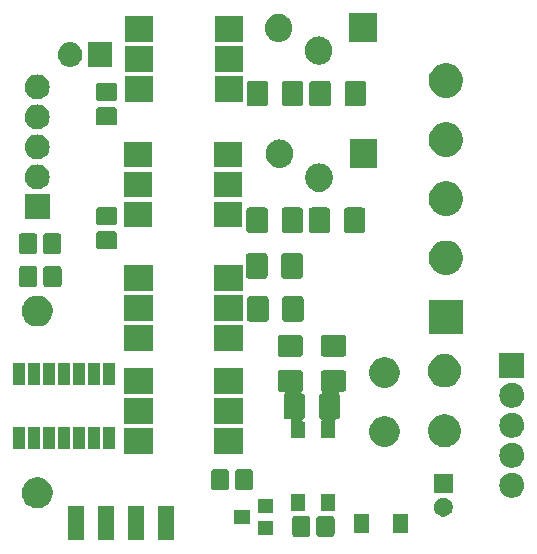
<source format=gbr>
G04 #@! TF.GenerationSoftware,KiCad,Pcbnew,5.0.1*
G04 #@! TF.CreationDate,2019-01-05T16:55:32+01:00*
G04 #@! TF.ProjectId,sensor_board-ac-7 -without-regulator-2,73656E736F725F626F6172642D61632D,V1.2*
G04 #@! TF.SameCoordinates,Original*
G04 #@! TF.FileFunction,Soldermask,Bot*
G04 #@! TF.FilePolarity,Negative*
%FSLAX46Y46*%
G04 Gerber Fmt 4.6, Leading zero omitted, Abs format (unit mm)*
G04 Created by KiCad (PCBNEW 5.0.1) date Sat 05 Jan 2019 04:55:32 PM CET*
%MOMM*%
%LPD*%
G01*
G04 APERTURE LIST*
%ADD10C,0.100000*%
G04 APERTURE END LIST*
D10*
G36*
X42881780Y-71583980D02*
X41481780Y-71583980D01*
X41481780Y-68673980D01*
X42881780Y-68673980D01*
X42881780Y-71583980D01*
X42881780Y-71583980D01*
G37*
G36*
X40341780Y-71583980D02*
X38941780Y-71583980D01*
X38941780Y-68673980D01*
X40341780Y-68673980D01*
X40341780Y-71583980D01*
X40341780Y-71583980D01*
G37*
G36*
X35261780Y-71583980D02*
X33861780Y-71583980D01*
X33861780Y-68673980D01*
X35261780Y-68673980D01*
X35261780Y-71583980D01*
X35261780Y-71583980D01*
G37*
G36*
X37801780Y-71583980D02*
X36401780Y-71583980D01*
X36401780Y-68673980D01*
X37801780Y-68673980D01*
X37801780Y-71583980D01*
X37801780Y-71583980D01*
G37*
G36*
X54168390Y-69505710D02*
X54218239Y-69520831D01*
X54264171Y-69545382D01*
X54304434Y-69578426D01*
X54337478Y-69618689D01*
X54362029Y-69664621D01*
X54377150Y-69714470D01*
X54382860Y-69772444D01*
X54382860Y-71027556D01*
X54377150Y-71085530D01*
X54362029Y-71135379D01*
X54337478Y-71181311D01*
X54304434Y-71221574D01*
X54264171Y-71254618D01*
X54218239Y-71279169D01*
X54168390Y-71294290D01*
X54110416Y-71300000D01*
X53105304Y-71300000D01*
X53047330Y-71294290D01*
X52997481Y-71279169D01*
X52951549Y-71254618D01*
X52911286Y-71221574D01*
X52878242Y-71181311D01*
X52853691Y-71135379D01*
X52838570Y-71085530D01*
X52832860Y-71027556D01*
X52832860Y-69772444D01*
X52838570Y-69714470D01*
X52853691Y-69664621D01*
X52878242Y-69618689D01*
X52911286Y-69578426D01*
X52951549Y-69545382D01*
X52997481Y-69520831D01*
X53047330Y-69505710D01*
X53105304Y-69500000D01*
X54110416Y-69500000D01*
X54168390Y-69505710D01*
X54168390Y-69505710D01*
G37*
G36*
X56218390Y-69505710D02*
X56268239Y-69520831D01*
X56314171Y-69545382D01*
X56354434Y-69578426D01*
X56387478Y-69618689D01*
X56412029Y-69664621D01*
X56427150Y-69714470D01*
X56432860Y-69772444D01*
X56432860Y-71027556D01*
X56427150Y-71085530D01*
X56412029Y-71135379D01*
X56387478Y-71181311D01*
X56354434Y-71221574D01*
X56314171Y-71254618D01*
X56268239Y-71279169D01*
X56218390Y-71294290D01*
X56160416Y-71300000D01*
X55155304Y-71300000D01*
X55097330Y-71294290D01*
X55047481Y-71279169D01*
X55001549Y-71254618D01*
X54961286Y-71221574D01*
X54928242Y-71181311D01*
X54903691Y-71135379D01*
X54888570Y-71085530D01*
X54882860Y-71027556D01*
X54882860Y-69772444D01*
X54888570Y-69714470D01*
X54903691Y-69664621D01*
X54928242Y-69618689D01*
X54961286Y-69578426D01*
X55001549Y-69545382D01*
X55047481Y-69520831D01*
X55097330Y-69505710D01*
X55155304Y-69500000D01*
X56160416Y-69500000D01*
X56218390Y-69505710D01*
X56218390Y-69505710D01*
G37*
G36*
X51235880Y-71182220D02*
X49935880Y-71182220D01*
X49935880Y-69982220D01*
X51235880Y-69982220D01*
X51235880Y-71182220D01*
X51235880Y-71182220D01*
G37*
G36*
X62663100Y-71000000D02*
X61363100Y-71000000D01*
X61363100Y-69400000D01*
X62663100Y-69400000D01*
X62663100Y-71000000D01*
X62663100Y-71000000D01*
G37*
G36*
X59363100Y-71000000D02*
X58063100Y-71000000D01*
X58063100Y-69400000D01*
X59363100Y-69400000D01*
X59363100Y-71000000D01*
X59363100Y-71000000D01*
G37*
G36*
X49235880Y-70232220D02*
X47935880Y-70232220D01*
X47935880Y-69032220D01*
X49235880Y-69032220D01*
X49235880Y-70232220D01*
X49235880Y-70232220D01*
G37*
G36*
X65874572Y-68012424D02*
X66020161Y-68072729D01*
X66151193Y-68160282D01*
X66262619Y-68271708D01*
X66350172Y-68402740D01*
X66410477Y-68548329D01*
X66441220Y-68702886D01*
X66441220Y-68860476D01*
X66410477Y-69015033D01*
X66350172Y-69160622D01*
X66262619Y-69291654D01*
X66151193Y-69403080D01*
X66020161Y-69490633D01*
X65874572Y-69550938D01*
X65720015Y-69581681D01*
X65562425Y-69581681D01*
X65407868Y-69550938D01*
X65262279Y-69490633D01*
X65131247Y-69403080D01*
X65019821Y-69291654D01*
X64932268Y-69160622D01*
X64871963Y-69015033D01*
X64841220Y-68860476D01*
X64841220Y-68702886D01*
X64871963Y-68548329D01*
X64932268Y-68402740D01*
X65019821Y-68271708D01*
X65131247Y-68160282D01*
X65262279Y-68072729D01*
X65407868Y-68012424D01*
X65562425Y-67981681D01*
X65720015Y-67981681D01*
X65874572Y-68012424D01*
X65874572Y-68012424D01*
G37*
G36*
X51235880Y-69282220D02*
X49935880Y-69282220D01*
X49935880Y-68082220D01*
X51235880Y-68082220D01*
X51235880Y-69282220D01*
X51235880Y-69282220D01*
G37*
G36*
X53967940Y-69101260D02*
X52767940Y-69101260D01*
X52767940Y-67701260D01*
X53967940Y-67701260D01*
X53967940Y-69101260D01*
X53967940Y-69101260D01*
G37*
G36*
X56507940Y-69101260D02*
X55307940Y-69101260D01*
X55307940Y-67701260D01*
X56507940Y-67701260D01*
X56507940Y-69101260D01*
X56507940Y-69101260D01*
G37*
G36*
X31640496Y-66320298D02*
X31877080Y-66418294D01*
X32090005Y-66560566D01*
X32271074Y-66741635D01*
X32413346Y-66954560D01*
X32511342Y-67191144D01*
X32561300Y-67442300D01*
X32561300Y-67698380D01*
X32511342Y-67949536D01*
X32413346Y-68186120D01*
X32271074Y-68399045D01*
X32090005Y-68580114D01*
X31877080Y-68722386D01*
X31640496Y-68820382D01*
X31389340Y-68870340D01*
X31133260Y-68870340D01*
X30882104Y-68820382D01*
X30645520Y-68722386D01*
X30432595Y-68580114D01*
X30251526Y-68399045D01*
X30109254Y-68186120D01*
X30011258Y-67949536D01*
X29961300Y-67698380D01*
X29961300Y-67442300D01*
X30011258Y-67191144D01*
X30109254Y-66954560D01*
X30251526Y-66741635D01*
X30432595Y-66560566D01*
X30645520Y-66418294D01*
X30882104Y-66320298D01*
X31133260Y-66270340D01*
X31389340Y-66270340D01*
X31640496Y-66320298D01*
X31640496Y-66320298D01*
G37*
G36*
X71566207Y-65886596D02*
X71643336Y-65894193D01*
X71775287Y-65934220D01*
X71841263Y-65954233D01*
X72023672Y-66051733D01*
X72183554Y-66182946D01*
X72314767Y-66342828D01*
X72412267Y-66525237D01*
X72412267Y-66525238D01*
X72472307Y-66723164D01*
X72492580Y-66929000D01*
X72472307Y-67134836D01*
X72455226Y-67191144D01*
X72412267Y-67332763D01*
X72314767Y-67515172D01*
X72183554Y-67675054D01*
X72023672Y-67806267D01*
X71841263Y-67903767D01*
X71775287Y-67923780D01*
X71643336Y-67963807D01*
X71566207Y-67971404D01*
X71489080Y-67979000D01*
X71385920Y-67979000D01*
X71308793Y-67971404D01*
X71231664Y-67963807D01*
X71099713Y-67923780D01*
X71033737Y-67903767D01*
X70851328Y-67806267D01*
X70691446Y-67675054D01*
X70560233Y-67515172D01*
X70462733Y-67332763D01*
X70419774Y-67191144D01*
X70402693Y-67134836D01*
X70382420Y-66929000D01*
X70402693Y-66723164D01*
X70462733Y-66525238D01*
X70462733Y-66525237D01*
X70560233Y-66342828D01*
X70691446Y-66182946D01*
X70851328Y-66051733D01*
X71033737Y-65954233D01*
X71099713Y-65934220D01*
X71231664Y-65894193D01*
X71308793Y-65886596D01*
X71385920Y-65879000D01*
X71489080Y-65879000D01*
X71566207Y-65886596D01*
X71566207Y-65886596D01*
G37*
G36*
X66441220Y-67581680D02*
X64841220Y-67581680D01*
X64841220Y-65981680D01*
X66441220Y-65981680D01*
X66441220Y-67581680D01*
X66441220Y-67581680D01*
G37*
G36*
X49347690Y-65572430D02*
X49397539Y-65587551D01*
X49443471Y-65612102D01*
X49483734Y-65645146D01*
X49516778Y-65685409D01*
X49541329Y-65731341D01*
X49556450Y-65781190D01*
X49562160Y-65839164D01*
X49562160Y-67094276D01*
X49556450Y-67152250D01*
X49541329Y-67202099D01*
X49516778Y-67248031D01*
X49483734Y-67288294D01*
X49443471Y-67321338D01*
X49397539Y-67345889D01*
X49347690Y-67361010D01*
X49289716Y-67366720D01*
X48284604Y-67366720D01*
X48226630Y-67361010D01*
X48176781Y-67345889D01*
X48130849Y-67321338D01*
X48090586Y-67288294D01*
X48057542Y-67248031D01*
X48032991Y-67202099D01*
X48017870Y-67152250D01*
X48012160Y-67094276D01*
X48012160Y-65839164D01*
X48017870Y-65781190D01*
X48032991Y-65731341D01*
X48057542Y-65685409D01*
X48090586Y-65645146D01*
X48130849Y-65612102D01*
X48176781Y-65587551D01*
X48226630Y-65572430D01*
X48284604Y-65566720D01*
X49289716Y-65566720D01*
X49347690Y-65572430D01*
X49347690Y-65572430D01*
G37*
G36*
X47297690Y-65572430D02*
X47347539Y-65587551D01*
X47393471Y-65612102D01*
X47433734Y-65645146D01*
X47466778Y-65685409D01*
X47491329Y-65731341D01*
X47506450Y-65781190D01*
X47512160Y-65839164D01*
X47512160Y-67094276D01*
X47506450Y-67152250D01*
X47491329Y-67202099D01*
X47466778Y-67248031D01*
X47433734Y-67288294D01*
X47393471Y-67321338D01*
X47347539Y-67345889D01*
X47297690Y-67361010D01*
X47239716Y-67366720D01*
X46234604Y-67366720D01*
X46176630Y-67361010D01*
X46126781Y-67345889D01*
X46080849Y-67321338D01*
X46040586Y-67288294D01*
X46007542Y-67248031D01*
X45982991Y-67202099D01*
X45967870Y-67152250D01*
X45962160Y-67094276D01*
X45962160Y-65839164D01*
X45967870Y-65781190D01*
X45982991Y-65731341D01*
X46007542Y-65685409D01*
X46040586Y-65645146D01*
X46080849Y-65612102D01*
X46126781Y-65587551D01*
X46176630Y-65572430D01*
X46234604Y-65566720D01*
X47239716Y-65566720D01*
X47297690Y-65572430D01*
X47297690Y-65572430D01*
G37*
G36*
X71566207Y-63346597D02*
X71643336Y-63354193D01*
X71775287Y-63394220D01*
X71841263Y-63414233D01*
X72023672Y-63511733D01*
X72183554Y-63642946D01*
X72314767Y-63802828D01*
X72412267Y-63985237D01*
X72412267Y-63985238D01*
X72472307Y-64183164D01*
X72492580Y-64389000D01*
X72472307Y-64594836D01*
X72432280Y-64726787D01*
X72412267Y-64792763D01*
X72314767Y-64975172D01*
X72183554Y-65135054D01*
X72023672Y-65266267D01*
X71841263Y-65363767D01*
X71775287Y-65383780D01*
X71643336Y-65423807D01*
X71566207Y-65431403D01*
X71489080Y-65439000D01*
X71385920Y-65439000D01*
X71308793Y-65431403D01*
X71231664Y-65423807D01*
X71099713Y-65383780D01*
X71033737Y-65363767D01*
X70851328Y-65266267D01*
X70691446Y-65135054D01*
X70560233Y-64975172D01*
X70462733Y-64792763D01*
X70442720Y-64726787D01*
X70402693Y-64594836D01*
X70382420Y-64389000D01*
X70402693Y-64183164D01*
X70462733Y-63985238D01*
X70462733Y-63985237D01*
X70560233Y-63802828D01*
X70691446Y-63642946D01*
X70851328Y-63511733D01*
X71033737Y-63414233D01*
X71099713Y-63394220D01*
X71231664Y-63354193D01*
X71308793Y-63346597D01*
X71385920Y-63339000D01*
X71489080Y-63339000D01*
X71566207Y-63346597D01*
X71566207Y-63346597D01*
G37*
G36*
X48667520Y-64252180D02*
X46267520Y-64252180D01*
X46267520Y-62072180D01*
X48667520Y-62072180D01*
X48667520Y-64252180D01*
X48667520Y-64252180D01*
G37*
G36*
X41047520Y-64252180D02*
X38647520Y-64252180D01*
X38647520Y-62072180D01*
X41047520Y-62072180D01*
X41047520Y-64252180D01*
X41047520Y-64252180D01*
G37*
G36*
X32783400Y-63860700D02*
X31783400Y-63860700D01*
X31783400Y-61960700D01*
X32783400Y-61960700D01*
X32783400Y-63860700D01*
X32783400Y-63860700D01*
G37*
G36*
X37863400Y-63860700D02*
X36863400Y-63860700D01*
X36863400Y-61960700D01*
X37863400Y-61960700D01*
X37863400Y-63860700D01*
X37863400Y-63860700D01*
G37*
G36*
X31513400Y-63860700D02*
X30513400Y-63860700D01*
X30513400Y-61960700D01*
X31513400Y-61960700D01*
X31513400Y-63860700D01*
X31513400Y-63860700D01*
G37*
G36*
X30243400Y-63860700D02*
X29243400Y-63860700D01*
X29243400Y-61960700D01*
X30243400Y-61960700D01*
X30243400Y-63860700D01*
X30243400Y-63860700D01*
G37*
G36*
X34053400Y-63860700D02*
X33053400Y-63860700D01*
X33053400Y-61960700D01*
X34053400Y-61960700D01*
X34053400Y-63860700D01*
X34053400Y-63860700D01*
G37*
G36*
X36593400Y-63860700D02*
X35593400Y-63860700D01*
X35593400Y-61960700D01*
X36593400Y-61960700D01*
X36593400Y-63860700D01*
X36593400Y-63860700D01*
G37*
G36*
X35323400Y-63860700D02*
X34323400Y-63860700D01*
X34323400Y-61960700D01*
X35323400Y-61960700D01*
X35323400Y-63860700D01*
X35323400Y-63860700D01*
G37*
G36*
X66010866Y-60945800D02*
X66146105Y-60972701D01*
X66326263Y-61047325D01*
X66381827Y-61070340D01*
X66400889Y-61078236D01*
X66547209Y-61176004D01*
X66630191Y-61231451D01*
X66825189Y-61426449D01*
X66825191Y-61426452D01*
X66978404Y-61655751D01*
X67083939Y-61910535D01*
X67137740Y-62181012D01*
X67137740Y-62456788D01*
X67083939Y-62727265D01*
X67019097Y-62883807D01*
X66978405Y-62982047D01*
X66825189Y-63211351D01*
X66630191Y-63406349D01*
X66630188Y-63406351D01*
X66400889Y-63559564D01*
X66146105Y-63665099D01*
X66010866Y-63692000D01*
X65875629Y-63718900D01*
X65599851Y-63718900D01*
X65464614Y-63692000D01*
X65329375Y-63665099D01*
X65074591Y-63559564D01*
X64845292Y-63406351D01*
X64845289Y-63406349D01*
X64650291Y-63211351D01*
X64497075Y-62982047D01*
X64456383Y-62883807D01*
X64391541Y-62727265D01*
X64337740Y-62456788D01*
X64337740Y-62181012D01*
X64391541Y-61910535D01*
X64497076Y-61655751D01*
X64650289Y-61426452D01*
X64650291Y-61426449D01*
X64845289Y-61231451D01*
X64928271Y-61176004D01*
X65074591Y-61078236D01*
X65093654Y-61070340D01*
X65149217Y-61047325D01*
X65329375Y-60972701D01*
X65464614Y-60945800D01*
X65599851Y-60918900D01*
X65875629Y-60918900D01*
X66010866Y-60945800D01*
X66010866Y-60945800D01*
G37*
G36*
X61040496Y-61120298D02*
X61277080Y-61218294D01*
X61490005Y-61360566D01*
X61671074Y-61541635D01*
X61813346Y-61754560D01*
X61911342Y-61991144D01*
X61961300Y-62242300D01*
X61961300Y-62498380D01*
X61911342Y-62749536D01*
X61813346Y-62986120D01*
X61671074Y-63199045D01*
X61490005Y-63380114D01*
X61277080Y-63522386D01*
X61040496Y-63620382D01*
X60789340Y-63670340D01*
X60533260Y-63670340D01*
X60282104Y-63620382D01*
X60045520Y-63522386D01*
X59832595Y-63380114D01*
X59651526Y-63199045D01*
X59509254Y-62986120D01*
X59411258Y-62749536D01*
X59361300Y-62498380D01*
X59361300Y-62242300D01*
X59411258Y-61991144D01*
X59509254Y-61754560D01*
X59651526Y-61541635D01*
X59832595Y-61360566D01*
X60045520Y-61218294D01*
X60282104Y-61120298D01*
X60533260Y-61070340D01*
X60789340Y-61070340D01*
X61040496Y-61120298D01*
X61040496Y-61120298D01*
G37*
G36*
X57227302Y-57186626D02*
X57272024Y-57200193D01*
X57313253Y-57222230D01*
X57349381Y-57251879D01*
X57379030Y-57288007D01*
X57401067Y-57329236D01*
X57414634Y-57373958D01*
X57419820Y-57426615D01*
X57419820Y-58761265D01*
X57414634Y-58813922D01*
X57401067Y-58858644D01*
X57379030Y-58899873D01*
X57349381Y-58936001D01*
X57313253Y-58965650D01*
X57272024Y-58987687D01*
X57227302Y-59001254D01*
X57174645Y-59006440D01*
X56912793Y-59006440D01*
X56888407Y-59008842D01*
X56864958Y-59015955D01*
X56843347Y-59027506D01*
X56824405Y-59043052D01*
X56808859Y-59061994D01*
X56797308Y-59083605D01*
X56790195Y-59107054D01*
X56787793Y-59131440D01*
X56790195Y-59155826D01*
X56797308Y-59179275D01*
X56808859Y-59200886D01*
X56824405Y-59219828D01*
X56833495Y-59228067D01*
X56853201Y-59244239D01*
X56882850Y-59280367D01*
X56904887Y-59321596D01*
X56918454Y-59366318D01*
X56923640Y-59418975D01*
X56923640Y-61078625D01*
X56918454Y-61131282D01*
X56904887Y-61176004D01*
X56882850Y-61217233D01*
X56853201Y-61253361D01*
X56817073Y-61283010D01*
X56775844Y-61305047D01*
X56731122Y-61318614D01*
X56678465Y-61323800D01*
X56632940Y-61323800D01*
X56608554Y-61326202D01*
X56585105Y-61333315D01*
X56563494Y-61344866D01*
X56544552Y-61360412D01*
X56529006Y-61379354D01*
X56517455Y-61400965D01*
X56510342Y-61424414D01*
X56507940Y-61448800D01*
X56507940Y-62951260D01*
X55307940Y-62951260D01*
X55307940Y-61509602D01*
X55319345Y-61495706D01*
X55330896Y-61474095D01*
X55338009Y-61450646D01*
X55340411Y-61426260D01*
X55338009Y-61401874D01*
X55330896Y-61378425D01*
X55319345Y-61356814D01*
X55303799Y-61337872D01*
X55284857Y-61322326D01*
X55251698Y-61306643D01*
X55246435Y-61305046D01*
X55205207Y-61283010D01*
X55169079Y-61253361D01*
X55139430Y-61217233D01*
X55117393Y-61176004D01*
X55103826Y-61131282D01*
X55098640Y-61078625D01*
X55098640Y-59418975D01*
X55103826Y-59366318D01*
X55117393Y-59321596D01*
X55139430Y-59280367D01*
X55169079Y-59244239D01*
X55205207Y-59214590D01*
X55246436Y-59192553D01*
X55291158Y-59178986D01*
X55299030Y-59178211D01*
X55323063Y-59173430D01*
X55345702Y-59164052D01*
X55366076Y-59150438D01*
X55383403Y-59133111D01*
X55397017Y-59112736D01*
X55406394Y-59090097D01*
X55411174Y-59066064D01*
X55411174Y-59041559D01*
X55406393Y-59017526D01*
X55397015Y-58994887D01*
X55383401Y-58974513D01*
X55366073Y-58957185D01*
X55340258Y-58936000D01*
X55310610Y-58899873D01*
X55288573Y-58858644D01*
X55275006Y-58813922D01*
X55269820Y-58761265D01*
X55269820Y-57426615D01*
X55275006Y-57373958D01*
X55288573Y-57329236D01*
X55310610Y-57288007D01*
X55340259Y-57251879D01*
X55376387Y-57222230D01*
X55417616Y-57200193D01*
X55462338Y-57186626D01*
X55514995Y-57181440D01*
X57174645Y-57181440D01*
X57227302Y-57186626D01*
X57227302Y-57186626D01*
G37*
G36*
X53567162Y-57199326D02*
X53611884Y-57212893D01*
X53653113Y-57234930D01*
X53689241Y-57264579D01*
X53718890Y-57300707D01*
X53740927Y-57341936D01*
X53754494Y-57386658D01*
X53759680Y-57439315D01*
X53759680Y-58773965D01*
X53754494Y-58826622D01*
X53740927Y-58871344D01*
X53718890Y-58912573D01*
X53689241Y-58948701D01*
X53679146Y-58956986D01*
X53661820Y-58974313D01*
X53648206Y-58994688D01*
X53638829Y-59017327D01*
X53634049Y-59041361D01*
X53634049Y-59065865D01*
X53638830Y-59089898D01*
X53648208Y-59112537D01*
X53661822Y-59132912D01*
X53679149Y-59150238D01*
X53699524Y-59163852D01*
X53722163Y-59173229D01*
X53746197Y-59178009D01*
X53756122Y-59178986D01*
X53800844Y-59192553D01*
X53842073Y-59214590D01*
X53878201Y-59244239D01*
X53907850Y-59280367D01*
X53929887Y-59321596D01*
X53943454Y-59366318D01*
X53948640Y-59418975D01*
X53948640Y-61078625D01*
X53943454Y-61131282D01*
X53929887Y-61176004D01*
X53907850Y-61217233D01*
X53878201Y-61253361D01*
X53842073Y-61283010D01*
X53800845Y-61305046D01*
X53795582Y-61306643D01*
X53772944Y-61316020D01*
X53752569Y-61329634D01*
X53735242Y-61346962D01*
X53721628Y-61367336D01*
X53712251Y-61389975D01*
X53707471Y-61414009D01*
X53707471Y-61438513D01*
X53712252Y-61462547D01*
X53721629Y-61485185D01*
X53735243Y-61505560D01*
X53752571Y-61522887D01*
X53772945Y-61536501D01*
X53795584Y-61545878D01*
X53831869Y-61551260D01*
X53967940Y-61551260D01*
X53967940Y-62951260D01*
X52767940Y-62951260D01*
X52767940Y-61448800D01*
X52765538Y-61424414D01*
X52758425Y-61400965D01*
X52746874Y-61379354D01*
X52731328Y-61360412D01*
X52712386Y-61344866D01*
X52690775Y-61333315D01*
X52667326Y-61326202D01*
X52642940Y-61323800D01*
X52368815Y-61323800D01*
X52316158Y-61318614D01*
X52271436Y-61305047D01*
X52230207Y-61283010D01*
X52194079Y-61253361D01*
X52164430Y-61217233D01*
X52142393Y-61176004D01*
X52128826Y-61131282D01*
X52123640Y-61078625D01*
X52123640Y-59418975D01*
X52128826Y-59366318D01*
X52142393Y-59321596D01*
X52164430Y-59280367D01*
X52194078Y-59244240D01*
X52198309Y-59240768D01*
X52215637Y-59223441D01*
X52229251Y-59203067D01*
X52238629Y-59180428D01*
X52243410Y-59156395D01*
X52243410Y-59131891D01*
X52238630Y-59107857D01*
X52229253Y-59085218D01*
X52215640Y-59064843D01*
X52198313Y-59047515D01*
X52177939Y-59033901D01*
X52155300Y-59024523D01*
X52131267Y-59019742D01*
X52119012Y-59019140D01*
X51854855Y-59019140D01*
X51802198Y-59013954D01*
X51757476Y-59000387D01*
X51716247Y-58978350D01*
X51680119Y-58948701D01*
X51650470Y-58912573D01*
X51628433Y-58871344D01*
X51614866Y-58826622D01*
X51609680Y-58773965D01*
X51609680Y-57439315D01*
X51614866Y-57386658D01*
X51628433Y-57341936D01*
X51650470Y-57300707D01*
X51680119Y-57264579D01*
X51716247Y-57234930D01*
X51757476Y-57212893D01*
X51802198Y-57199326D01*
X51854855Y-57194140D01*
X53514505Y-57194140D01*
X53567162Y-57199326D01*
X53567162Y-57199326D01*
G37*
G36*
X71566207Y-60806596D02*
X71643336Y-60814193D01*
X71775287Y-60854220D01*
X71841263Y-60874233D01*
X72023672Y-60971733D01*
X72183554Y-61102946D01*
X72314767Y-61262828D01*
X72412267Y-61445237D01*
X72417518Y-61462547D01*
X72472307Y-61643164D01*
X72492580Y-61849000D01*
X72472307Y-62054836D01*
X72434032Y-62181011D01*
X72412267Y-62252763D01*
X72314767Y-62435172D01*
X72183554Y-62595054D01*
X72023672Y-62726267D01*
X71841263Y-62823767D01*
X71775287Y-62843780D01*
X71643336Y-62883807D01*
X71566207Y-62891403D01*
X71489080Y-62899000D01*
X71385920Y-62899000D01*
X71308793Y-62891403D01*
X71231664Y-62883807D01*
X71099713Y-62843780D01*
X71033737Y-62823767D01*
X70851328Y-62726267D01*
X70691446Y-62595054D01*
X70560233Y-62435172D01*
X70462733Y-62252763D01*
X70440968Y-62181011D01*
X70402693Y-62054836D01*
X70382420Y-61849000D01*
X70402693Y-61643164D01*
X70457482Y-61462547D01*
X70462733Y-61445237D01*
X70560233Y-61262828D01*
X70691446Y-61102946D01*
X70851328Y-60971733D01*
X71033737Y-60874233D01*
X71099713Y-60854220D01*
X71231664Y-60814193D01*
X71308793Y-60806596D01*
X71385920Y-60799000D01*
X71489080Y-60799000D01*
X71566207Y-60806596D01*
X71566207Y-60806596D01*
G37*
G36*
X48667520Y-61712180D02*
X46267520Y-61712180D01*
X46267520Y-59532180D01*
X48667520Y-59532180D01*
X48667520Y-61712180D01*
X48667520Y-61712180D01*
G37*
G36*
X41047520Y-61712180D02*
X38647520Y-61712180D01*
X38647520Y-59532180D01*
X41047520Y-59532180D01*
X41047520Y-61712180D01*
X41047520Y-61712180D01*
G37*
G36*
X71566207Y-58266597D02*
X71643336Y-58274193D01*
X71775287Y-58314220D01*
X71841263Y-58334233D01*
X72023672Y-58431733D01*
X72183554Y-58562946D01*
X72314767Y-58722828D01*
X72412267Y-58905237D01*
X72418372Y-58925363D01*
X72472307Y-59103164D01*
X72492580Y-59309000D01*
X72472307Y-59514836D01*
X72432280Y-59646787D01*
X72412267Y-59712763D01*
X72314767Y-59895172D01*
X72183554Y-60055054D01*
X72023672Y-60186267D01*
X71841263Y-60283767D01*
X71775287Y-60303780D01*
X71643336Y-60343807D01*
X71566207Y-60351403D01*
X71489080Y-60359000D01*
X71385920Y-60359000D01*
X71308793Y-60351403D01*
X71231664Y-60343807D01*
X71099713Y-60303780D01*
X71033737Y-60283767D01*
X70851328Y-60186267D01*
X70691446Y-60055054D01*
X70560233Y-59895172D01*
X70462733Y-59712763D01*
X70442720Y-59646787D01*
X70402693Y-59514836D01*
X70382420Y-59309000D01*
X70402693Y-59103164D01*
X70456628Y-58925363D01*
X70462733Y-58905237D01*
X70560233Y-58722828D01*
X70691446Y-58562946D01*
X70851328Y-58431733D01*
X71033737Y-58334233D01*
X71099713Y-58314220D01*
X71231664Y-58274193D01*
X71308793Y-58266597D01*
X71385920Y-58259000D01*
X71489080Y-58259000D01*
X71566207Y-58266597D01*
X71566207Y-58266597D01*
G37*
G36*
X41047520Y-59172180D02*
X38647520Y-59172180D01*
X38647520Y-56992180D01*
X41047520Y-56992180D01*
X41047520Y-59172180D01*
X41047520Y-59172180D01*
G37*
G36*
X48667520Y-59172180D02*
X46267520Y-59172180D01*
X46267520Y-56992180D01*
X48667520Y-56992180D01*
X48667520Y-59172180D01*
X48667520Y-59172180D01*
G37*
G36*
X61040496Y-56120298D02*
X61277080Y-56218294D01*
X61490005Y-56360566D01*
X61671074Y-56541635D01*
X61813346Y-56754560D01*
X61911342Y-56991144D01*
X61961300Y-57242300D01*
X61961300Y-57498380D01*
X61911342Y-57749536D01*
X61813346Y-57986120D01*
X61671074Y-58199045D01*
X61490005Y-58380114D01*
X61277080Y-58522386D01*
X61040496Y-58620382D01*
X60789340Y-58670340D01*
X60533260Y-58670340D01*
X60282104Y-58620382D01*
X60045520Y-58522386D01*
X59832595Y-58380114D01*
X59651526Y-58199045D01*
X59509254Y-57986120D01*
X59411258Y-57749536D01*
X59361300Y-57498380D01*
X59361300Y-57242300D01*
X59411258Y-56991144D01*
X59509254Y-56754560D01*
X59651526Y-56541635D01*
X59832595Y-56360566D01*
X60045520Y-56218294D01*
X60282104Y-56120298D01*
X60533260Y-56070340D01*
X60789340Y-56070340D01*
X61040496Y-56120298D01*
X61040496Y-56120298D01*
G37*
G36*
X66012188Y-55859157D02*
X66276089Y-55939210D01*
X66519302Y-56069210D01*
X66732479Y-56244161D01*
X66907430Y-56457338D01*
X67037430Y-56700551D01*
X67117483Y-56964452D01*
X67144514Y-57238900D01*
X67117483Y-57513348D01*
X67037430Y-57777249D01*
X66907430Y-58020462D01*
X66732479Y-58233639D01*
X66519302Y-58408590D01*
X66276089Y-58538590D01*
X66012188Y-58618643D01*
X65806517Y-58638900D01*
X65668963Y-58638900D01*
X65463292Y-58618643D01*
X65199391Y-58538590D01*
X64956178Y-58408590D01*
X64743001Y-58233639D01*
X64568050Y-58020462D01*
X64438050Y-57777249D01*
X64357997Y-57513348D01*
X64330966Y-57238900D01*
X64357997Y-56964452D01*
X64438050Y-56700551D01*
X64568050Y-56457338D01*
X64743001Y-56244161D01*
X64956178Y-56069210D01*
X65199391Y-55939210D01*
X65463292Y-55859157D01*
X65668963Y-55838900D01*
X65806517Y-55838900D01*
X66012188Y-55859157D01*
X66012188Y-55859157D01*
G37*
G36*
X31513400Y-58460700D02*
X30513400Y-58460700D01*
X30513400Y-56560700D01*
X31513400Y-56560700D01*
X31513400Y-58460700D01*
X31513400Y-58460700D01*
G37*
G36*
X30243400Y-58460700D02*
X29243400Y-58460700D01*
X29243400Y-56560700D01*
X30243400Y-56560700D01*
X30243400Y-58460700D01*
X30243400Y-58460700D01*
G37*
G36*
X36593400Y-58460700D02*
X35593400Y-58460700D01*
X35593400Y-56560700D01*
X36593400Y-56560700D01*
X36593400Y-58460700D01*
X36593400Y-58460700D01*
G37*
G36*
X35323400Y-58460700D02*
X34323400Y-58460700D01*
X34323400Y-56560700D01*
X35323400Y-56560700D01*
X35323400Y-58460700D01*
X35323400Y-58460700D01*
G37*
G36*
X34053400Y-58460700D02*
X33053400Y-58460700D01*
X33053400Y-56560700D01*
X34053400Y-56560700D01*
X34053400Y-58460700D01*
X34053400Y-58460700D01*
G37*
G36*
X32783400Y-58460700D02*
X31783400Y-58460700D01*
X31783400Y-56560700D01*
X32783400Y-56560700D01*
X32783400Y-58460700D01*
X32783400Y-58460700D01*
G37*
G36*
X37863400Y-58460700D02*
X36863400Y-58460700D01*
X36863400Y-56560700D01*
X37863400Y-56560700D01*
X37863400Y-58460700D01*
X37863400Y-58460700D01*
G37*
G36*
X72487500Y-57819000D02*
X70387500Y-57819000D01*
X70387500Y-55719000D01*
X72487500Y-55719000D01*
X72487500Y-57819000D01*
X72487500Y-57819000D01*
G37*
G36*
X53567162Y-54224326D02*
X53611884Y-54237893D01*
X53653113Y-54259930D01*
X53689241Y-54289579D01*
X53718890Y-54325707D01*
X53740927Y-54366936D01*
X53754494Y-54411658D01*
X53759680Y-54464315D01*
X53759680Y-55798965D01*
X53754494Y-55851622D01*
X53740927Y-55896344D01*
X53718890Y-55937573D01*
X53689241Y-55973701D01*
X53653113Y-56003350D01*
X53611884Y-56025387D01*
X53567162Y-56038954D01*
X53514505Y-56044140D01*
X51854855Y-56044140D01*
X51802198Y-56038954D01*
X51757476Y-56025387D01*
X51716247Y-56003350D01*
X51680119Y-55973701D01*
X51650470Y-55937573D01*
X51628433Y-55896344D01*
X51614866Y-55851622D01*
X51609680Y-55798965D01*
X51609680Y-54464315D01*
X51614866Y-54411658D01*
X51628433Y-54366936D01*
X51650470Y-54325707D01*
X51680119Y-54289579D01*
X51716247Y-54259930D01*
X51757476Y-54237893D01*
X51802198Y-54224326D01*
X51854855Y-54219140D01*
X53514505Y-54219140D01*
X53567162Y-54224326D01*
X53567162Y-54224326D01*
G37*
G36*
X57227302Y-54211626D02*
X57272024Y-54225193D01*
X57313253Y-54247230D01*
X57349381Y-54276879D01*
X57379030Y-54313007D01*
X57401067Y-54354236D01*
X57414634Y-54398958D01*
X57419820Y-54451615D01*
X57419820Y-55786265D01*
X57414634Y-55838922D01*
X57401067Y-55883644D01*
X57379030Y-55924873D01*
X57349381Y-55961001D01*
X57313253Y-55990650D01*
X57272024Y-56012687D01*
X57227302Y-56026254D01*
X57174645Y-56031440D01*
X55514995Y-56031440D01*
X55462338Y-56026254D01*
X55417616Y-56012687D01*
X55376387Y-55990650D01*
X55340259Y-55961001D01*
X55310610Y-55924873D01*
X55288573Y-55883644D01*
X55275006Y-55838922D01*
X55269820Y-55786265D01*
X55269820Y-54451615D01*
X55275006Y-54398958D01*
X55288573Y-54354236D01*
X55310610Y-54313007D01*
X55340259Y-54276879D01*
X55376387Y-54247230D01*
X55417616Y-54225193D01*
X55462338Y-54211626D01*
X55514995Y-54206440D01*
X57174645Y-54206440D01*
X57227302Y-54211626D01*
X57227302Y-54211626D01*
G37*
G36*
X48659900Y-55547600D02*
X46259900Y-55547600D01*
X46259900Y-53367600D01*
X48659900Y-53367600D01*
X48659900Y-55547600D01*
X48659900Y-55547600D01*
G37*
G36*
X41039900Y-55547600D02*
X38639900Y-55547600D01*
X38639900Y-53367600D01*
X41039900Y-53367600D01*
X41039900Y-55547600D01*
X41039900Y-55547600D01*
G37*
G36*
X67304580Y-54111820D02*
X64404580Y-54111820D01*
X64404580Y-51211820D01*
X67304580Y-51211820D01*
X67304580Y-54111820D01*
X67304580Y-54111820D01*
G37*
G36*
X31640496Y-50920298D02*
X31877080Y-51018294D01*
X32090005Y-51160566D01*
X32271074Y-51341635D01*
X32413346Y-51554560D01*
X32511342Y-51791144D01*
X32561300Y-52042300D01*
X32561300Y-52298380D01*
X32511342Y-52549536D01*
X32413346Y-52786120D01*
X32271074Y-52999045D01*
X32090005Y-53180114D01*
X31877080Y-53322386D01*
X31640496Y-53420382D01*
X31389340Y-53470340D01*
X31133260Y-53470340D01*
X30882104Y-53420382D01*
X30645520Y-53322386D01*
X30432595Y-53180114D01*
X30251526Y-52999045D01*
X30109254Y-52786120D01*
X30011258Y-52549536D01*
X29961300Y-52298380D01*
X29961300Y-52042300D01*
X30011258Y-51791144D01*
X30109254Y-51554560D01*
X30251526Y-51341635D01*
X30432595Y-51160566D01*
X30645520Y-51018294D01*
X30882104Y-50920298D01*
X31133260Y-50870340D01*
X31389340Y-50870340D01*
X31640496Y-50920298D01*
X31640496Y-50920298D01*
G37*
G36*
X50654782Y-50936686D02*
X50699504Y-50950253D01*
X50740733Y-50972290D01*
X50776861Y-51001939D01*
X50806510Y-51038067D01*
X50828547Y-51079296D01*
X50842114Y-51124018D01*
X50847300Y-51176675D01*
X50847300Y-52836325D01*
X50842114Y-52888982D01*
X50828547Y-52933704D01*
X50806510Y-52974933D01*
X50776861Y-53011061D01*
X50740733Y-53040710D01*
X50699504Y-53062747D01*
X50654782Y-53076314D01*
X50602125Y-53081500D01*
X49267475Y-53081500D01*
X49214818Y-53076314D01*
X49170096Y-53062747D01*
X49128867Y-53040710D01*
X49092739Y-53011061D01*
X49063090Y-52974933D01*
X49041053Y-52933704D01*
X49027486Y-52888982D01*
X49022300Y-52836325D01*
X49022300Y-51176675D01*
X49027486Y-51124018D01*
X49041053Y-51079296D01*
X49063090Y-51038067D01*
X49092739Y-51001939D01*
X49128867Y-50972290D01*
X49170096Y-50950253D01*
X49214818Y-50936686D01*
X49267475Y-50931500D01*
X50602125Y-50931500D01*
X50654782Y-50936686D01*
X50654782Y-50936686D01*
G37*
G36*
X53629782Y-50936686D02*
X53674504Y-50950253D01*
X53715733Y-50972290D01*
X53751861Y-51001939D01*
X53781510Y-51038067D01*
X53803547Y-51079296D01*
X53817114Y-51124018D01*
X53822300Y-51176675D01*
X53822300Y-52836325D01*
X53817114Y-52888982D01*
X53803547Y-52933704D01*
X53781510Y-52974933D01*
X53751861Y-53011061D01*
X53715733Y-53040710D01*
X53674504Y-53062747D01*
X53629782Y-53076314D01*
X53577125Y-53081500D01*
X52242475Y-53081500D01*
X52189818Y-53076314D01*
X52145096Y-53062747D01*
X52103867Y-53040710D01*
X52067739Y-53011061D01*
X52038090Y-52974933D01*
X52016053Y-52933704D01*
X52002486Y-52888982D01*
X51997300Y-52836325D01*
X51997300Y-51176675D01*
X52002486Y-51124018D01*
X52016053Y-51079296D01*
X52038090Y-51038067D01*
X52067739Y-51001939D01*
X52103867Y-50972290D01*
X52145096Y-50950253D01*
X52189818Y-50936686D01*
X52242475Y-50931500D01*
X53577125Y-50931500D01*
X53629782Y-50936686D01*
X53629782Y-50936686D01*
G37*
G36*
X41039900Y-53007600D02*
X38639900Y-53007600D01*
X38639900Y-50827600D01*
X41039900Y-50827600D01*
X41039900Y-53007600D01*
X41039900Y-53007600D01*
G37*
G36*
X48659900Y-53007600D02*
X46259900Y-53007600D01*
X46259900Y-50827600D01*
X48659900Y-50827600D01*
X48659900Y-53007600D01*
X48659900Y-53007600D01*
G37*
G36*
X48659900Y-50467600D02*
X46259900Y-50467600D01*
X46259900Y-48287600D01*
X48659900Y-48287600D01*
X48659900Y-50467600D01*
X48659900Y-50467600D01*
G37*
G36*
X41039900Y-50467600D02*
X38639900Y-50467600D01*
X38639900Y-48287600D01*
X41039900Y-48287600D01*
X41039900Y-50467600D01*
X41039900Y-50467600D01*
G37*
G36*
X33106930Y-48356310D02*
X33156779Y-48371431D01*
X33202711Y-48395982D01*
X33242974Y-48429026D01*
X33276018Y-48469289D01*
X33300569Y-48515221D01*
X33315690Y-48565070D01*
X33321400Y-48623044D01*
X33321400Y-49878156D01*
X33315690Y-49936130D01*
X33300569Y-49985979D01*
X33276018Y-50031911D01*
X33242974Y-50072174D01*
X33202711Y-50105218D01*
X33156779Y-50129769D01*
X33106930Y-50144890D01*
X33048956Y-50150600D01*
X32043844Y-50150600D01*
X31985870Y-50144890D01*
X31936021Y-50129769D01*
X31890089Y-50105218D01*
X31849826Y-50072174D01*
X31816782Y-50031911D01*
X31792231Y-49985979D01*
X31777110Y-49936130D01*
X31771400Y-49878156D01*
X31771400Y-48623044D01*
X31777110Y-48565070D01*
X31792231Y-48515221D01*
X31816782Y-48469289D01*
X31849826Y-48429026D01*
X31890089Y-48395982D01*
X31936021Y-48371431D01*
X31985870Y-48356310D01*
X32043844Y-48350600D01*
X33048956Y-48350600D01*
X33106930Y-48356310D01*
X33106930Y-48356310D01*
G37*
G36*
X31056930Y-48356310D02*
X31106779Y-48371431D01*
X31152711Y-48395982D01*
X31192974Y-48429026D01*
X31226018Y-48469289D01*
X31250569Y-48515221D01*
X31265690Y-48565070D01*
X31271400Y-48623044D01*
X31271400Y-49878156D01*
X31265690Y-49936130D01*
X31250569Y-49985979D01*
X31226018Y-50031911D01*
X31192974Y-50072174D01*
X31152711Y-50105218D01*
X31106779Y-50129769D01*
X31056930Y-50144890D01*
X30998956Y-50150600D01*
X29993844Y-50150600D01*
X29935870Y-50144890D01*
X29886021Y-50129769D01*
X29840089Y-50105218D01*
X29799826Y-50072174D01*
X29766782Y-50031911D01*
X29742231Y-49985979D01*
X29727110Y-49936130D01*
X29721400Y-49878156D01*
X29721400Y-48623044D01*
X29727110Y-48565070D01*
X29742231Y-48515221D01*
X29766782Y-48469289D01*
X29799826Y-48429026D01*
X29840089Y-48395982D01*
X29886021Y-48371431D01*
X29935870Y-48356310D01*
X29993844Y-48350600D01*
X30998956Y-48350600D01*
X31056930Y-48356310D01*
X31056930Y-48356310D01*
G37*
G36*
X50565882Y-47291786D02*
X50610604Y-47305353D01*
X50651833Y-47327390D01*
X50687961Y-47357039D01*
X50717610Y-47393167D01*
X50739647Y-47434396D01*
X50753214Y-47479118D01*
X50758400Y-47531775D01*
X50758400Y-49191425D01*
X50753214Y-49244082D01*
X50739647Y-49288804D01*
X50717610Y-49330033D01*
X50687961Y-49366161D01*
X50651833Y-49395810D01*
X50610604Y-49417847D01*
X50565882Y-49431414D01*
X50513225Y-49436600D01*
X49178575Y-49436600D01*
X49125918Y-49431414D01*
X49081196Y-49417847D01*
X49039967Y-49395810D01*
X49003839Y-49366161D01*
X48974190Y-49330033D01*
X48952153Y-49288804D01*
X48938586Y-49244082D01*
X48933400Y-49191425D01*
X48933400Y-47531775D01*
X48938586Y-47479118D01*
X48952153Y-47434396D01*
X48974190Y-47393167D01*
X49003839Y-47357039D01*
X49039967Y-47327390D01*
X49081196Y-47305353D01*
X49125918Y-47291786D01*
X49178575Y-47286600D01*
X50513225Y-47286600D01*
X50565882Y-47291786D01*
X50565882Y-47291786D01*
G37*
G36*
X53540882Y-47291786D02*
X53585604Y-47305353D01*
X53626833Y-47327390D01*
X53662961Y-47357039D01*
X53692610Y-47393167D01*
X53714647Y-47434396D01*
X53728214Y-47479118D01*
X53733400Y-47531775D01*
X53733400Y-49191425D01*
X53728214Y-49244082D01*
X53714647Y-49288804D01*
X53692610Y-49330033D01*
X53662961Y-49366161D01*
X53626833Y-49395810D01*
X53585604Y-49417847D01*
X53540882Y-49431414D01*
X53488225Y-49436600D01*
X52153575Y-49436600D01*
X52100918Y-49431414D01*
X52056196Y-49417847D01*
X52014967Y-49395810D01*
X51978839Y-49366161D01*
X51949190Y-49330033D01*
X51927153Y-49288804D01*
X51913586Y-49244082D01*
X51908400Y-49191425D01*
X51908400Y-47531775D01*
X51913586Y-47479118D01*
X51927153Y-47434396D01*
X51949190Y-47393167D01*
X51978839Y-47357039D01*
X52014967Y-47327390D01*
X52056196Y-47305353D01*
X52100918Y-47291786D01*
X52153575Y-47286600D01*
X53488225Y-47286600D01*
X53540882Y-47291786D01*
X53540882Y-47291786D01*
G37*
G36*
X66277527Y-46267542D02*
X66541413Y-46376847D01*
X66778904Y-46535533D01*
X66980867Y-46737496D01*
X67139553Y-46974987D01*
X67248858Y-47238873D01*
X67304580Y-47519006D01*
X67304580Y-47804634D01*
X67248858Y-48084767D01*
X67139553Y-48348653D01*
X66980867Y-48586144D01*
X66778904Y-48788107D01*
X66541413Y-48946793D01*
X66277527Y-49056098D01*
X65997394Y-49111820D01*
X65711766Y-49111820D01*
X65431633Y-49056098D01*
X65167747Y-48946793D01*
X64930256Y-48788107D01*
X64728293Y-48586144D01*
X64569607Y-48348653D01*
X64460302Y-48084767D01*
X64404580Y-47804634D01*
X64404580Y-47519006D01*
X64460302Y-47238873D01*
X64569607Y-46974987D01*
X64728293Y-46737496D01*
X64930256Y-46535533D01*
X65167747Y-46376847D01*
X65431633Y-46267542D01*
X65711766Y-46211820D01*
X65997394Y-46211820D01*
X66277527Y-46267542D01*
X66277527Y-46267542D01*
G37*
G36*
X33094230Y-45587710D02*
X33144079Y-45602831D01*
X33190011Y-45627382D01*
X33230274Y-45660426D01*
X33263318Y-45700689D01*
X33287869Y-45746621D01*
X33302990Y-45796470D01*
X33308700Y-45854444D01*
X33308700Y-47109556D01*
X33302990Y-47167530D01*
X33287869Y-47217379D01*
X33263318Y-47263311D01*
X33230274Y-47303574D01*
X33190011Y-47336618D01*
X33144079Y-47361169D01*
X33094230Y-47376290D01*
X33036256Y-47382000D01*
X32031144Y-47382000D01*
X31973170Y-47376290D01*
X31923321Y-47361169D01*
X31877389Y-47336618D01*
X31837126Y-47303574D01*
X31804082Y-47263311D01*
X31779531Y-47217379D01*
X31764410Y-47167530D01*
X31758700Y-47109556D01*
X31758700Y-45854444D01*
X31764410Y-45796470D01*
X31779531Y-45746621D01*
X31804082Y-45700689D01*
X31837126Y-45660426D01*
X31877389Y-45627382D01*
X31923321Y-45602831D01*
X31973170Y-45587710D01*
X32031144Y-45582000D01*
X33036256Y-45582000D01*
X33094230Y-45587710D01*
X33094230Y-45587710D01*
G37*
G36*
X31044230Y-45587710D02*
X31094079Y-45602831D01*
X31140011Y-45627382D01*
X31180274Y-45660426D01*
X31213318Y-45700689D01*
X31237869Y-45746621D01*
X31252990Y-45796470D01*
X31258700Y-45854444D01*
X31258700Y-47109556D01*
X31252990Y-47167530D01*
X31237869Y-47217379D01*
X31213318Y-47263311D01*
X31180274Y-47303574D01*
X31140011Y-47336618D01*
X31094079Y-47361169D01*
X31044230Y-47376290D01*
X30986256Y-47382000D01*
X29981144Y-47382000D01*
X29923170Y-47376290D01*
X29873321Y-47361169D01*
X29827389Y-47336618D01*
X29787126Y-47303574D01*
X29754082Y-47263311D01*
X29729531Y-47217379D01*
X29714410Y-47167530D01*
X29708700Y-47109556D01*
X29708700Y-45854444D01*
X29714410Y-45796470D01*
X29729531Y-45746621D01*
X29754082Y-45700689D01*
X29787126Y-45660426D01*
X29827389Y-45627382D01*
X29873321Y-45602831D01*
X29923170Y-45587710D01*
X29981144Y-45582000D01*
X30986256Y-45582000D01*
X31044230Y-45587710D01*
X31044230Y-45587710D01*
G37*
G36*
X37835570Y-45424530D02*
X37885419Y-45439651D01*
X37931351Y-45464202D01*
X37971614Y-45497246D01*
X38004658Y-45537509D01*
X38029209Y-45583441D01*
X38044330Y-45633290D01*
X38050040Y-45691264D01*
X38050040Y-46696376D01*
X38044330Y-46754350D01*
X38029209Y-46804199D01*
X38004658Y-46850131D01*
X37971614Y-46890394D01*
X37931351Y-46923438D01*
X37885419Y-46947989D01*
X37835570Y-46963110D01*
X37777596Y-46968820D01*
X36522484Y-46968820D01*
X36464510Y-46963110D01*
X36414661Y-46947989D01*
X36368729Y-46923438D01*
X36328466Y-46890394D01*
X36295422Y-46850131D01*
X36270871Y-46804199D01*
X36255750Y-46754350D01*
X36250040Y-46696376D01*
X36250040Y-45691264D01*
X36255750Y-45633290D01*
X36270871Y-45583441D01*
X36295422Y-45537509D01*
X36328466Y-45497246D01*
X36368729Y-45464202D01*
X36414661Y-45439651D01*
X36464510Y-45424530D01*
X36522484Y-45418820D01*
X37777596Y-45418820D01*
X37835570Y-45424530D01*
X37835570Y-45424530D01*
G37*
G36*
X50603982Y-43418286D02*
X50648704Y-43431853D01*
X50689933Y-43453890D01*
X50726061Y-43483539D01*
X50755710Y-43519667D01*
X50777747Y-43560896D01*
X50791314Y-43605618D01*
X50796500Y-43658275D01*
X50796500Y-45317925D01*
X50791314Y-45370582D01*
X50777747Y-45415304D01*
X50755710Y-45456533D01*
X50726061Y-45492661D01*
X50689933Y-45522310D01*
X50648704Y-45544347D01*
X50603982Y-45557914D01*
X50551325Y-45563100D01*
X49216675Y-45563100D01*
X49164018Y-45557914D01*
X49119296Y-45544347D01*
X49078067Y-45522310D01*
X49041939Y-45492661D01*
X49012290Y-45456533D01*
X48990253Y-45415304D01*
X48976686Y-45370582D01*
X48971500Y-45317925D01*
X48971500Y-43658275D01*
X48976686Y-43605618D01*
X48990253Y-43560896D01*
X49012290Y-43519667D01*
X49041939Y-43483539D01*
X49078067Y-43453890D01*
X49119296Y-43431853D01*
X49164018Y-43418286D01*
X49216675Y-43413100D01*
X50551325Y-43413100D01*
X50603982Y-43418286D01*
X50603982Y-43418286D01*
G37*
G36*
X58849482Y-43418286D02*
X58894204Y-43431853D01*
X58935433Y-43453890D01*
X58971561Y-43483539D01*
X59001210Y-43519667D01*
X59023247Y-43560896D01*
X59036814Y-43605618D01*
X59042000Y-43658275D01*
X59042000Y-45317925D01*
X59036814Y-45370582D01*
X59023247Y-45415304D01*
X59001210Y-45456533D01*
X58971561Y-45492661D01*
X58935433Y-45522310D01*
X58894204Y-45544347D01*
X58849482Y-45557914D01*
X58796825Y-45563100D01*
X57462175Y-45563100D01*
X57409518Y-45557914D01*
X57364796Y-45544347D01*
X57323567Y-45522310D01*
X57287439Y-45492661D01*
X57257790Y-45456533D01*
X57235753Y-45415304D01*
X57222186Y-45370582D01*
X57217000Y-45317925D01*
X57217000Y-43658275D01*
X57222186Y-43605618D01*
X57235753Y-43560896D01*
X57257790Y-43519667D01*
X57287439Y-43483539D01*
X57323567Y-43453890D01*
X57364796Y-43431853D01*
X57409518Y-43418286D01*
X57462175Y-43413100D01*
X58796825Y-43413100D01*
X58849482Y-43418286D01*
X58849482Y-43418286D01*
G37*
G36*
X55874482Y-43418286D02*
X55919204Y-43431853D01*
X55960433Y-43453890D01*
X55996561Y-43483539D01*
X56026210Y-43519667D01*
X56048247Y-43560896D01*
X56061814Y-43605618D01*
X56067000Y-43658275D01*
X56067000Y-45317925D01*
X56061814Y-45370582D01*
X56048247Y-45415304D01*
X56026210Y-45456533D01*
X55996561Y-45492661D01*
X55960433Y-45522310D01*
X55919204Y-45544347D01*
X55874482Y-45557914D01*
X55821825Y-45563100D01*
X54487175Y-45563100D01*
X54434518Y-45557914D01*
X54389796Y-45544347D01*
X54348567Y-45522310D01*
X54312439Y-45492661D01*
X54282790Y-45456533D01*
X54260753Y-45415304D01*
X54247186Y-45370582D01*
X54242000Y-45317925D01*
X54242000Y-43658275D01*
X54247186Y-43605618D01*
X54260753Y-43560896D01*
X54282790Y-43519667D01*
X54312439Y-43483539D01*
X54348567Y-43453890D01*
X54389796Y-43431853D01*
X54434518Y-43418286D01*
X54487175Y-43413100D01*
X55821825Y-43413100D01*
X55874482Y-43418286D01*
X55874482Y-43418286D01*
G37*
G36*
X53578982Y-43418286D02*
X53623704Y-43431853D01*
X53664933Y-43453890D01*
X53701061Y-43483539D01*
X53730710Y-43519667D01*
X53752747Y-43560896D01*
X53766314Y-43605618D01*
X53771500Y-43658275D01*
X53771500Y-45317925D01*
X53766314Y-45370582D01*
X53752747Y-45415304D01*
X53730710Y-45456533D01*
X53701061Y-45492661D01*
X53664933Y-45522310D01*
X53623704Y-45544347D01*
X53578982Y-45557914D01*
X53526325Y-45563100D01*
X52191675Y-45563100D01*
X52139018Y-45557914D01*
X52094296Y-45544347D01*
X52053067Y-45522310D01*
X52016939Y-45492661D01*
X51987290Y-45456533D01*
X51965253Y-45415304D01*
X51951686Y-45370582D01*
X51946500Y-45317925D01*
X51946500Y-43658275D01*
X51951686Y-43605618D01*
X51965253Y-43560896D01*
X51987290Y-43519667D01*
X52016939Y-43483539D01*
X52053067Y-43453890D01*
X52094296Y-43431853D01*
X52139018Y-43418286D01*
X52191675Y-43413100D01*
X53526325Y-43413100D01*
X53578982Y-43418286D01*
X53578982Y-43418286D01*
G37*
G36*
X40976400Y-45095500D02*
X38576400Y-45095500D01*
X38576400Y-42915500D01*
X40976400Y-42915500D01*
X40976400Y-45095500D01*
X40976400Y-45095500D01*
G37*
G36*
X48596400Y-45095500D02*
X46196400Y-45095500D01*
X46196400Y-42915500D01*
X48596400Y-42915500D01*
X48596400Y-45095500D01*
X48596400Y-45095500D01*
G37*
G36*
X37835570Y-43374530D02*
X37885419Y-43389651D01*
X37931351Y-43414202D01*
X37971614Y-43447246D01*
X38004658Y-43487509D01*
X38029209Y-43533441D01*
X38044330Y-43583290D01*
X38050040Y-43641264D01*
X38050040Y-44646376D01*
X38044330Y-44704350D01*
X38029209Y-44754199D01*
X38004658Y-44800131D01*
X37971614Y-44840394D01*
X37931351Y-44873438D01*
X37885419Y-44897989D01*
X37835570Y-44913110D01*
X37777596Y-44918820D01*
X36522484Y-44918820D01*
X36464510Y-44913110D01*
X36414661Y-44897989D01*
X36368729Y-44873438D01*
X36328466Y-44840394D01*
X36295422Y-44800131D01*
X36270871Y-44754199D01*
X36255750Y-44704350D01*
X36250040Y-44646376D01*
X36250040Y-43641264D01*
X36255750Y-43583290D01*
X36270871Y-43533441D01*
X36295422Y-43487509D01*
X36328466Y-43447246D01*
X36368729Y-43414202D01*
X36414661Y-43389651D01*
X36464510Y-43374530D01*
X36522484Y-43368820D01*
X37777596Y-43368820D01*
X37835570Y-43374530D01*
X37835570Y-43374530D01*
G37*
G36*
X32304700Y-44407800D02*
X30204700Y-44407800D01*
X30204700Y-42307800D01*
X32304700Y-42307800D01*
X32304700Y-44407800D01*
X32304700Y-44407800D01*
G37*
G36*
X66277527Y-41267542D02*
X66541413Y-41376847D01*
X66778904Y-41535533D01*
X66980867Y-41737496D01*
X67139553Y-41974987D01*
X67248858Y-42238873D01*
X67304580Y-42519006D01*
X67304580Y-42804634D01*
X67248858Y-43084767D01*
X67139553Y-43348653D01*
X66980867Y-43586144D01*
X66778904Y-43788107D01*
X66541413Y-43946793D01*
X66277527Y-44056098D01*
X65997394Y-44111820D01*
X65711766Y-44111820D01*
X65431633Y-44056098D01*
X65167747Y-43946793D01*
X64930256Y-43788107D01*
X64728293Y-43586144D01*
X64569607Y-43348653D01*
X64460302Y-43084767D01*
X64404580Y-42804634D01*
X64404580Y-42519006D01*
X64460302Y-42238873D01*
X64569607Y-41974987D01*
X64728293Y-41737496D01*
X64930256Y-41535533D01*
X65167747Y-41376847D01*
X65431633Y-41267542D01*
X65711766Y-41211820D01*
X65997394Y-41211820D01*
X66277527Y-41267542D01*
X66277527Y-41267542D01*
G37*
G36*
X40976400Y-42555500D02*
X38576400Y-42555500D01*
X38576400Y-40375500D01*
X40976400Y-40375500D01*
X40976400Y-42555500D01*
X40976400Y-42555500D01*
G37*
G36*
X48596400Y-42555500D02*
X46196400Y-42555500D01*
X46196400Y-40375500D01*
X48596400Y-40375500D01*
X48596400Y-42555500D01*
X48596400Y-42555500D01*
G37*
G36*
X55349009Y-39695436D02*
X55407381Y-39713143D01*
X55566257Y-39761337D01*
X55766475Y-39868356D01*
X55941961Y-40012373D01*
X56037978Y-40129371D01*
X56085985Y-40187868D01*
X56085986Y-40187870D01*
X56193003Y-40388084D01*
X56200876Y-40414038D01*
X56258904Y-40605331D01*
X56258904Y-40605333D01*
X56275580Y-40774645D01*
X56275580Y-40982876D01*
X56258904Y-41152188D01*
X56193003Y-41369437D01*
X56085984Y-41569655D01*
X55941967Y-41745141D01*
X55824969Y-41841158D01*
X55766472Y-41889165D01*
X55766470Y-41889166D01*
X55566256Y-41996183D01*
X55457632Y-42029133D01*
X55349008Y-42062084D01*
X55123080Y-42084336D01*
X54897151Y-42062084D01*
X54788527Y-42029133D01*
X54679903Y-41996183D01*
X54479685Y-41889164D01*
X54304199Y-41745147D01*
X54208182Y-41628149D01*
X54160175Y-41569652D01*
X54071617Y-41403972D01*
X54053157Y-41369436D01*
X54005345Y-41211820D01*
X53987256Y-41152188D01*
X53974595Y-41023636D01*
X53970580Y-40982875D01*
X53970580Y-40774644D01*
X53987256Y-40605332D01*
X54053157Y-40388083D01*
X54136784Y-40231629D01*
X54160175Y-40187867D01*
X54186001Y-40156398D01*
X54304197Y-40012376D01*
X54479686Y-39868356D01*
X54679904Y-39761337D01*
X54838780Y-39713143D01*
X54897152Y-39695436D01*
X55123080Y-39673184D01*
X55349009Y-39695436D01*
X55349009Y-39695436D01*
G37*
G36*
X31383407Y-39775396D02*
X31460536Y-39782993D01*
X31592487Y-39823020D01*
X31658463Y-39843033D01*
X31840872Y-39940533D01*
X32000754Y-40071746D01*
X32131967Y-40231628D01*
X32229467Y-40414037D01*
X32229467Y-40414038D01*
X32289507Y-40611964D01*
X32309780Y-40817800D01*
X32289507Y-41023636D01*
X32250512Y-41152187D01*
X32229467Y-41221563D01*
X32131967Y-41403972D01*
X32000754Y-41563854D01*
X31840872Y-41695067D01*
X31658463Y-41792567D01*
X31592487Y-41812580D01*
X31460536Y-41852607D01*
X31383407Y-41860204D01*
X31306280Y-41867800D01*
X31203120Y-41867800D01*
X31125993Y-41860204D01*
X31048864Y-41852607D01*
X30916913Y-41812580D01*
X30850937Y-41792567D01*
X30668528Y-41695067D01*
X30508646Y-41563854D01*
X30377433Y-41403972D01*
X30279933Y-41221563D01*
X30258888Y-41152187D01*
X30219893Y-41023636D01*
X30199620Y-40817800D01*
X30219893Y-40611964D01*
X30279933Y-40414038D01*
X30279933Y-40414037D01*
X30377433Y-40231628D01*
X30508646Y-40071746D01*
X30668528Y-39940533D01*
X30850937Y-39843033D01*
X30916913Y-39823020D01*
X31048864Y-39782993D01*
X31125993Y-39775396D01*
X31203120Y-39767800D01*
X31306280Y-39767800D01*
X31383407Y-39775396D01*
X31383407Y-39775396D01*
G37*
G36*
X51983509Y-37663436D02*
X52076446Y-37691628D01*
X52200757Y-37729337D01*
X52400975Y-37836356D01*
X52576461Y-37980373D01*
X52672478Y-38097371D01*
X52720485Y-38155868D01*
X52720486Y-38155870D01*
X52827503Y-38356084D01*
X52827503Y-38356085D01*
X52893404Y-38573332D01*
X52894666Y-38586144D01*
X52910080Y-38742645D01*
X52910080Y-38950876D01*
X52893404Y-39120188D01*
X52827503Y-39337437D01*
X52720484Y-39537655D01*
X52576467Y-39713141D01*
X52491351Y-39782993D01*
X52400972Y-39857165D01*
X52400970Y-39857166D01*
X52200756Y-39964183D01*
X52092131Y-39997134D01*
X51983508Y-40030084D01*
X51757580Y-40052336D01*
X51531651Y-40030084D01*
X51423028Y-39997134D01*
X51314403Y-39964183D01*
X51114185Y-39857164D01*
X50938699Y-39713147D01*
X50842682Y-39596149D01*
X50794675Y-39537652D01*
X50687658Y-39337437D01*
X50687657Y-39337436D01*
X50654707Y-39228812D01*
X50621756Y-39120188D01*
X50605080Y-38950873D01*
X50605080Y-38742646D01*
X50621756Y-38573331D01*
X50654707Y-38464707D01*
X50687657Y-38356083D01*
X50744860Y-38249065D01*
X50794675Y-38155867D01*
X50853024Y-38084769D01*
X50938697Y-37980376D01*
X51114186Y-37836356D01*
X51314404Y-37729337D01*
X51438715Y-37691628D01*
X51531652Y-37663436D01*
X51757580Y-37641184D01*
X51983509Y-37663436D01*
X51983509Y-37663436D01*
G37*
G36*
X60017000Y-40034060D02*
X57712000Y-40034060D01*
X57712000Y-37634060D01*
X60017000Y-37634060D01*
X60017000Y-40034060D01*
X60017000Y-40034060D01*
G37*
G36*
X48596400Y-40015500D02*
X46196400Y-40015500D01*
X46196400Y-37835500D01*
X48596400Y-37835500D01*
X48596400Y-40015500D01*
X48596400Y-40015500D01*
G37*
G36*
X40976400Y-40015500D02*
X38576400Y-40015500D01*
X38576400Y-37835500D01*
X40976400Y-37835500D01*
X40976400Y-40015500D01*
X40976400Y-40015500D01*
G37*
G36*
X31383407Y-37235396D02*
X31460536Y-37242993D01*
X31592487Y-37283020D01*
X31658463Y-37303033D01*
X31840872Y-37400533D01*
X32000754Y-37531746D01*
X32131967Y-37691628D01*
X32229467Y-37874037D01*
X32229467Y-37874038D01*
X32289507Y-38071964D01*
X32309780Y-38277800D01*
X32289507Y-38483636D01*
X32258412Y-38586144D01*
X32229467Y-38681563D01*
X32131967Y-38863972D01*
X32000754Y-39023854D01*
X31840872Y-39155067D01*
X31658463Y-39252567D01*
X31592487Y-39272580D01*
X31460536Y-39312607D01*
X31383407Y-39320203D01*
X31306280Y-39327800D01*
X31203120Y-39327800D01*
X31125993Y-39320203D01*
X31048864Y-39312607D01*
X30916913Y-39272580D01*
X30850937Y-39252567D01*
X30668528Y-39155067D01*
X30508646Y-39023854D01*
X30377433Y-38863972D01*
X30279933Y-38681563D01*
X30250988Y-38586144D01*
X30219893Y-38483636D01*
X30199620Y-38277800D01*
X30219893Y-38071964D01*
X30279933Y-37874038D01*
X30279933Y-37874037D01*
X30377433Y-37691628D01*
X30508646Y-37531746D01*
X30668528Y-37400533D01*
X30850937Y-37303033D01*
X30916913Y-37283020D01*
X31048864Y-37242993D01*
X31125993Y-37235396D01*
X31203120Y-37227800D01*
X31306280Y-37227800D01*
X31383407Y-37235396D01*
X31383407Y-37235396D01*
G37*
G36*
X66277527Y-36267542D02*
X66541413Y-36376847D01*
X66778904Y-36535533D01*
X66980867Y-36737496D01*
X67139553Y-36974987D01*
X67248858Y-37238873D01*
X67304580Y-37519006D01*
X67304580Y-37804634D01*
X67248858Y-38084767D01*
X67139553Y-38348653D01*
X66980867Y-38586144D01*
X66778904Y-38788107D01*
X66541413Y-38946793D01*
X66277527Y-39056098D01*
X65997394Y-39111820D01*
X65711766Y-39111820D01*
X65431633Y-39056098D01*
X65167747Y-38946793D01*
X64930256Y-38788107D01*
X64728293Y-38586144D01*
X64569607Y-38348653D01*
X64460302Y-38084767D01*
X64404580Y-37804634D01*
X64404580Y-37519006D01*
X64460302Y-37238873D01*
X64569607Y-36974987D01*
X64728293Y-36737496D01*
X64930256Y-36535533D01*
X65167747Y-36376847D01*
X65431633Y-36267542D01*
X65711766Y-36211820D01*
X65997394Y-36211820D01*
X66277527Y-36267542D01*
X66277527Y-36267542D01*
G37*
G36*
X31383407Y-34695396D02*
X31460536Y-34702993D01*
X31575059Y-34737733D01*
X31658463Y-34763033D01*
X31840872Y-34860533D01*
X32000754Y-34991746D01*
X32131967Y-35151628D01*
X32229467Y-35334037D01*
X32229467Y-35334038D01*
X32289507Y-35531964D01*
X32309780Y-35737800D01*
X32289507Y-35943636D01*
X32249480Y-36075587D01*
X32229467Y-36141563D01*
X32131967Y-36323972D01*
X32000754Y-36483854D01*
X31840872Y-36615067D01*
X31658463Y-36712567D01*
X31592487Y-36732580D01*
X31460536Y-36772607D01*
X31383407Y-36780203D01*
X31306280Y-36787800D01*
X31203120Y-36787800D01*
X31125993Y-36780203D01*
X31048864Y-36772607D01*
X30916913Y-36732580D01*
X30850937Y-36712567D01*
X30668528Y-36615067D01*
X30508646Y-36483854D01*
X30377433Y-36323972D01*
X30279933Y-36141563D01*
X30259920Y-36075587D01*
X30219893Y-35943636D01*
X30199620Y-35737800D01*
X30219893Y-35531964D01*
X30279933Y-35334038D01*
X30279933Y-35334037D01*
X30377433Y-35151628D01*
X30508646Y-34991746D01*
X30668528Y-34860533D01*
X30850937Y-34763033D01*
X30934341Y-34737733D01*
X31048864Y-34702993D01*
X31125993Y-34695396D01*
X31203120Y-34687800D01*
X31306280Y-34687800D01*
X31383407Y-34695396D01*
X31383407Y-34695396D01*
G37*
G36*
X37805090Y-34924170D02*
X37854939Y-34939291D01*
X37900871Y-34963842D01*
X37941134Y-34996886D01*
X37974178Y-35037149D01*
X37998729Y-35083081D01*
X38013850Y-35132930D01*
X38019560Y-35190904D01*
X38019560Y-36196016D01*
X38013850Y-36253990D01*
X37998729Y-36303839D01*
X37974178Y-36349771D01*
X37941134Y-36390034D01*
X37900871Y-36423078D01*
X37854939Y-36447629D01*
X37805090Y-36462750D01*
X37747116Y-36468460D01*
X36492004Y-36468460D01*
X36434030Y-36462750D01*
X36384181Y-36447629D01*
X36338249Y-36423078D01*
X36297986Y-36390034D01*
X36264942Y-36349771D01*
X36240391Y-36303839D01*
X36225270Y-36253990D01*
X36219560Y-36196016D01*
X36219560Y-35190904D01*
X36225270Y-35132930D01*
X36240391Y-35083081D01*
X36264942Y-35037149D01*
X36297986Y-34996886D01*
X36338249Y-34963842D01*
X36384181Y-34939291D01*
X36434030Y-34924170D01*
X36492004Y-34918460D01*
X37747116Y-34918460D01*
X37805090Y-34924170D01*
X37805090Y-34924170D01*
G37*
G36*
X53591682Y-32699486D02*
X53636404Y-32713053D01*
X53677633Y-32735090D01*
X53713761Y-32764739D01*
X53743410Y-32800867D01*
X53765447Y-32842096D01*
X53779014Y-32886818D01*
X53784200Y-32939475D01*
X53784200Y-34599125D01*
X53779014Y-34651782D01*
X53765447Y-34696504D01*
X53743410Y-34737733D01*
X53713761Y-34773861D01*
X53677633Y-34803510D01*
X53636404Y-34825547D01*
X53591682Y-34839114D01*
X53539025Y-34844300D01*
X52204375Y-34844300D01*
X52151718Y-34839114D01*
X52106996Y-34825547D01*
X52065767Y-34803510D01*
X52029639Y-34773861D01*
X51999990Y-34737733D01*
X51977953Y-34696504D01*
X51964386Y-34651782D01*
X51959200Y-34599125D01*
X51959200Y-32939475D01*
X51964386Y-32886818D01*
X51977953Y-32842096D01*
X51999990Y-32800867D01*
X52029639Y-32764739D01*
X52065767Y-32735090D01*
X52106996Y-32713053D01*
X52151718Y-32699486D01*
X52204375Y-32694300D01*
X53539025Y-32694300D01*
X53591682Y-32699486D01*
X53591682Y-32699486D01*
G37*
G36*
X55937982Y-32699486D02*
X55982704Y-32713053D01*
X56023933Y-32735090D01*
X56060061Y-32764739D01*
X56089710Y-32800867D01*
X56111747Y-32842096D01*
X56125314Y-32886818D01*
X56130500Y-32939475D01*
X56130500Y-34599125D01*
X56125314Y-34651782D01*
X56111747Y-34696504D01*
X56089710Y-34737733D01*
X56060061Y-34773861D01*
X56023933Y-34803510D01*
X55982704Y-34825547D01*
X55937982Y-34839114D01*
X55885325Y-34844300D01*
X54550675Y-34844300D01*
X54498018Y-34839114D01*
X54453296Y-34825547D01*
X54412067Y-34803510D01*
X54375939Y-34773861D01*
X54346290Y-34737733D01*
X54324253Y-34696504D01*
X54310686Y-34651782D01*
X54305500Y-34599125D01*
X54305500Y-32939475D01*
X54310686Y-32886818D01*
X54324253Y-32842096D01*
X54346290Y-32800867D01*
X54375939Y-32764739D01*
X54412067Y-32735090D01*
X54453296Y-32713053D01*
X54498018Y-32699486D01*
X54550675Y-32694300D01*
X55885325Y-32694300D01*
X55937982Y-32699486D01*
X55937982Y-32699486D01*
G37*
G36*
X50616682Y-32699486D02*
X50661404Y-32713053D01*
X50702633Y-32735090D01*
X50738761Y-32764739D01*
X50768410Y-32800867D01*
X50790447Y-32842096D01*
X50804014Y-32886818D01*
X50809200Y-32939475D01*
X50809200Y-34599125D01*
X50804014Y-34651782D01*
X50790447Y-34696504D01*
X50768410Y-34737733D01*
X50738761Y-34773861D01*
X50702633Y-34803510D01*
X50661404Y-34825547D01*
X50616682Y-34839114D01*
X50564025Y-34844300D01*
X49229375Y-34844300D01*
X49176718Y-34839114D01*
X49131996Y-34825547D01*
X49090767Y-34803510D01*
X49054639Y-34773861D01*
X49024990Y-34737733D01*
X49002953Y-34696504D01*
X48989386Y-34651782D01*
X48984200Y-34599125D01*
X48984200Y-32939475D01*
X48989386Y-32886818D01*
X49002953Y-32842096D01*
X49024990Y-32800867D01*
X49054639Y-32764739D01*
X49090767Y-32735090D01*
X49131996Y-32713053D01*
X49176718Y-32699486D01*
X49229375Y-32694300D01*
X50564025Y-32694300D01*
X50616682Y-32699486D01*
X50616682Y-32699486D01*
G37*
G36*
X58912982Y-32699486D02*
X58957704Y-32713053D01*
X58998933Y-32735090D01*
X59035061Y-32764739D01*
X59064710Y-32800867D01*
X59086747Y-32842096D01*
X59100314Y-32886818D01*
X59105500Y-32939475D01*
X59105500Y-34599125D01*
X59100314Y-34651782D01*
X59086747Y-34696504D01*
X59064710Y-34737733D01*
X59035061Y-34773861D01*
X58998933Y-34803510D01*
X58957704Y-34825547D01*
X58912982Y-34839114D01*
X58860325Y-34844300D01*
X57525675Y-34844300D01*
X57473018Y-34839114D01*
X57428296Y-34825547D01*
X57387067Y-34803510D01*
X57350939Y-34773861D01*
X57321290Y-34737733D01*
X57299253Y-34696504D01*
X57285686Y-34651782D01*
X57280500Y-34599125D01*
X57280500Y-32939475D01*
X57285686Y-32886818D01*
X57299253Y-32842096D01*
X57321290Y-32800867D01*
X57350939Y-32764739D01*
X57387067Y-32735090D01*
X57428296Y-32713053D01*
X57473018Y-32699486D01*
X57525675Y-32694300D01*
X58860325Y-32694300D01*
X58912982Y-32699486D01*
X58912982Y-32699486D01*
G37*
G36*
X48672600Y-34491000D02*
X46272600Y-34491000D01*
X46272600Y-32311000D01*
X48672600Y-32311000D01*
X48672600Y-34491000D01*
X48672600Y-34491000D01*
G37*
G36*
X41052600Y-34491000D02*
X38652600Y-34491000D01*
X38652600Y-32311000D01*
X41052600Y-32311000D01*
X41052600Y-34491000D01*
X41052600Y-34491000D01*
G37*
G36*
X37805090Y-32874170D02*
X37854939Y-32889291D01*
X37900871Y-32913842D01*
X37941134Y-32946886D01*
X37974178Y-32987149D01*
X37998729Y-33033081D01*
X38013850Y-33082930D01*
X38019560Y-33140904D01*
X38019560Y-34146016D01*
X38013850Y-34203990D01*
X37998729Y-34253839D01*
X37974178Y-34299771D01*
X37941134Y-34340034D01*
X37900871Y-34373078D01*
X37854939Y-34397629D01*
X37805090Y-34412750D01*
X37747116Y-34418460D01*
X36492004Y-34418460D01*
X36434030Y-34412750D01*
X36384181Y-34397629D01*
X36338249Y-34373078D01*
X36297986Y-34340034D01*
X36264942Y-34299771D01*
X36240391Y-34253839D01*
X36225270Y-34203990D01*
X36219560Y-34146016D01*
X36219560Y-33140904D01*
X36225270Y-33082930D01*
X36240391Y-33033081D01*
X36264942Y-32987149D01*
X36297986Y-32946886D01*
X36338249Y-32913842D01*
X36384181Y-32889291D01*
X36434030Y-32874170D01*
X36492004Y-32868460D01*
X37747116Y-32868460D01*
X37805090Y-32874170D01*
X37805090Y-32874170D01*
G37*
G36*
X31383407Y-32155396D02*
X31460536Y-32162993D01*
X31592487Y-32203020D01*
X31658463Y-32223033D01*
X31840872Y-32320533D01*
X32000754Y-32451746D01*
X32131967Y-32611628D01*
X32229467Y-32794037D01*
X32242377Y-32836596D01*
X32289507Y-32991964D01*
X32309780Y-33197800D01*
X32289507Y-33403636D01*
X32249480Y-33535587D01*
X32229467Y-33601563D01*
X32131967Y-33783972D01*
X32000754Y-33943854D01*
X31840872Y-34075067D01*
X31658463Y-34172567D01*
X31592487Y-34192580D01*
X31460536Y-34232607D01*
X31383407Y-34240203D01*
X31306280Y-34247800D01*
X31203120Y-34247800D01*
X31125993Y-34240203D01*
X31048864Y-34232607D01*
X30916913Y-34192580D01*
X30850937Y-34172567D01*
X30668528Y-34075067D01*
X30508646Y-33943854D01*
X30377433Y-33783972D01*
X30279933Y-33601563D01*
X30259920Y-33535587D01*
X30219893Y-33403636D01*
X30199620Y-33197800D01*
X30219893Y-32991964D01*
X30267023Y-32836596D01*
X30279933Y-32794037D01*
X30377433Y-32611628D01*
X30508646Y-32451746D01*
X30668528Y-32320533D01*
X30850937Y-32223033D01*
X30916913Y-32203020D01*
X31048864Y-32162993D01*
X31125993Y-32155396D01*
X31203120Y-32147800D01*
X31306280Y-32147800D01*
X31383407Y-32155396D01*
X31383407Y-32155396D01*
G37*
G36*
X66277527Y-31267542D02*
X66541413Y-31376847D01*
X66778904Y-31535533D01*
X66980867Y-31737496D01*
X67139553Y-31974987D01*
X67248858Y-32238873D01*
X67304580Y-32519006D01*
X67304580Y-32804634D01*
X67248858Y-33084767D01*
X67139553Y-33348653D01*
X66980867Y-33586144D01*
X66778904Y-33788107D01*
X66541413Y-33946793D01*
X66277527Y-34056098D01*
X65997394Y-34111820D01*
X65711766Y-34111820D01*
X65431633Y-34056098D01*
X65167747Y-33946793D01*
X64930256Y-33788107D01*
X64728293Y-33586144D01*
X64569607Y-33348653D01*
X64460302Y-33084767D01*
X64404580Y-32804634D01*
X64404580Y-32519006D01*
X64460302Y-32238873D01*
X64569607Y-31974987D01*
X64728293Y-31737496D01*
X64930256Y-31535533D01*
X65167747Y-31376847D01*
X65431633Y-31267542D01*
X65711766Y-31211820D01*
X65997394Y-31211820D01*
X66277527Y-31267542D01*
X66277527Y-31267542D01*
G37*
G36*
X48672600Y-31951000D02*
X46272600Y-31951000D01*
X46272600Y-29771000D01*
X48672600Y-29771000D01*
X48672600Y-31951000D01*
X48672600Y-31951000D01*
G37*
G36*
X41052600Y-31951000D02*
X38652600Y-31951000D01*
X38652600Y-29771000D01*
X41052600Y-29771000D01*
X41052600Y-31951000D01*
X41052600Y-31951000D01*
G37*
G36*
X34167247Y-29424897D02*
X34244376Y-29432493D01*
X34376327Y-29472520D01*
X34442303Y-29492533D01*
X34624712Y-29590033D01*
X34784594Y-29721246D01*
X34915807Y-29881128D01*
X35013307Y-30063537D01*
X35013307Y-30063538D01*
X35073347Y-30261464D01*
X35093620Y-30467300D01*
X35073347Y-30673136D01*
X35033320Y-30805087D01*
X35013307Y-30871063D01*
X34915807Y-31053472D01*
X34784594Y-31213354D01*
X34624712Y-31344567D01*
X34442303Y-31442067D01*
X34376327Y-31462080D01*
X34244376Y-31502107D01*
X34167247Y-31509703D01*
X34090120Y-31517300D01*
X33986960Y-31517300D01*
X33909833Y-31509703D01*
X33832704Y-31502107D01*
X33700753Y-31462080D01*
X33634777Y-31442067D01*
X33452368Y-31344567D01*
X33292486Y-31213354D01*
X33161273Y-31053472D01*
X33063773Y-30871063D01*
X33043760Y-30805087D01*
X33003733Y-30673136D01*
X32983460Y-30467300D01*
X33003733Y-30261464D01*
X33063773Y-30063538D01*
X33063773Y-30063537D01*
X33161273Y-29881128D01*
X33292486Y-29721246D01*
X33452368Y-29590033D01*
X33634777Y-29492533D01*
X33700753Y-29472520D01*
X33832704Y-29432493D01*
X33909833Y-29424897D01*
X33986960Y-29417300D01*
X34090120Y-29417300D01*
X34167247Y-29424897D01*
X34167247Y-29424897D01*
G37*
G36*
X37628540Y-31517300D02*
X35528540Y-31517300D01*
X35528540Y-29417300D01*
X37628540Y-29417300D01*
X37628540Y-31517300D01*
X37628540Y-31517300D01*
G37*
G36*
X55331229Y-28941076D02*
X55439852Y-28974026D01*
X55548477Y-29006977D01*
X55748695Y-29113996D01*
X55924181Y-29258013D01*
X55970097Y-29313963D01*
X56068205Y-29433508D01*
X56068206Y-29433510D01*
X56175223Y-29633724D01*
X56175223Y-29633725D01*
X56241124Y-29850971D01*
X56241124Y-29850973D01*
X56257800Y-30020285D01*
X56257800Y-30228516D01*
X56241124Y-30397828D01*
X56175223Y-30615077D01*
X56068204Y-30815295D01*
X55924187Y-30990781D01*
X55807189Y-31086798D01*
X55748692Y-31134805D01*
X55748690Y-31134806D01*
X55548476Y-31241823D01*
X55439852Y-31274773D01*
X55331228Y-31307724D01*
X55105300Y-31329976D01*
X54879371Y-31307724D01*
X54770747Y-31274773D01*
X54662123Y-31241823D01*
X54461905Y-31134804D01*
X54286419Y-30990787D01*
X54188164Y-30871062D01*
X54142395Y-30815292D01*
X54035378Y-30615077D01*
X54035377Y-30615076D01*
X53990550Y-30467300D01*
X53969476Y-30397828D01*
X53963917Y-30341390D01*
X53952800Y-30228515D01*
X53952800Y-30020284D01*
X53969476Y-29850972D01*
X54035377Y-29633723D01*
X54110845Y-29492533D01*
X54142395Y-29433507D01*
X54187325Y-29378760D01*
X54286417Y-29258016D01*
X54461906Y-29113996D01*
X54662124Y-29006977D01*
X54770748Y-28974027D01*
X54879372Y-28941076D01*
X55105300Y-28918824D01*
X55331229Y-28941076D01*
X55331229Y-28941076D01*
G37*
G36*
X48672600Y-29411000D02*
X46272600Y-29411000D01*
X46272600Y-27231000D01*
X48672600Y-27231000D01*
X48672600Y-29411000D01*
X48672600Y-29411000D01*
G37*
G36*
X41052600Y-29411000D02*
X38652600Y-29411000D01*
X38652600Y-27231000D01*
X41052600Y-27231000D01*
X41052600Y-29411000D01*
X41052600Y-29411000D01*
G37*
G36*
X51932709Y-27013216D02*
X52041332Y-27046166D01*
X52149957Y-27079117D01*
X52350175Y-27186136D01*
X52525661Y-27330153D01*
X52621678Y-27447151D01*
X52669685Y-27505648D01*
X52669686Y-27505650D01*
X52776703Y-27705864D01*
X52776703Y-27705865D01*
X52842604Y-27923111D01*
X52842604Y-27923113D01*
X52859280Y-28092425D01*
X52859280Y-28300656D01*
X52842604Y-28469968D01*
X52776703Y-28687217D01*
X52669684Y-28887435D01*
X52525667Y-29062921D01*
X52408669Y-29158938D01*
X52350172Y-29206945D01*
X52350170Y-29206946D01*
X52149956Y-29313963D01*
X52041331Y-29346914D01*
X51932708Y-29379864D01*
X51706780Y-29402116D01*
X51480851Y-29379864D01*
X51372228Y-29346914D01*
X51263603Y-29313963D01*
X51063385Y-29206944D01*
X50887899Y-29062927D01*
X50769638Y-28918824D01*
X50743875Y-28887432D01*
X50636858Y-28687217D01*
X50636857Y-28687216D01*
X50603906Y-28578591D01*
X50570956Y-28469968D01*
X50554280Y-28300653D01*
X50554280Y-28092426D01*
X50570956Y-27923111D01*
X50603907Y-27814487D01*
X50636857Y-27705863D01*
X50694060Y-27598845D01*
X50743875Y-27505647D01*
X50769701Y-27474178D01*
X50887897Y-27330156D01*
X51063386Y-27186136D01*
X51263604Y-27079117D01*
X51372229Y-27046166D01*
X51480852Y-27013216D01*
X51706780Y-26990964D01*
X51932709Y-27013216D01*
X51932709Y-27013216D01*
G37*
G36*
X59989060Y-29378760D02*
X57684060Y-29378760D01*
X57684060Y-26978760D01*
X59989060Y-26978760D01*
X59989060Y-29378760D01*
X59989060Y-29378760D01*
G37*
M02*

</source>
